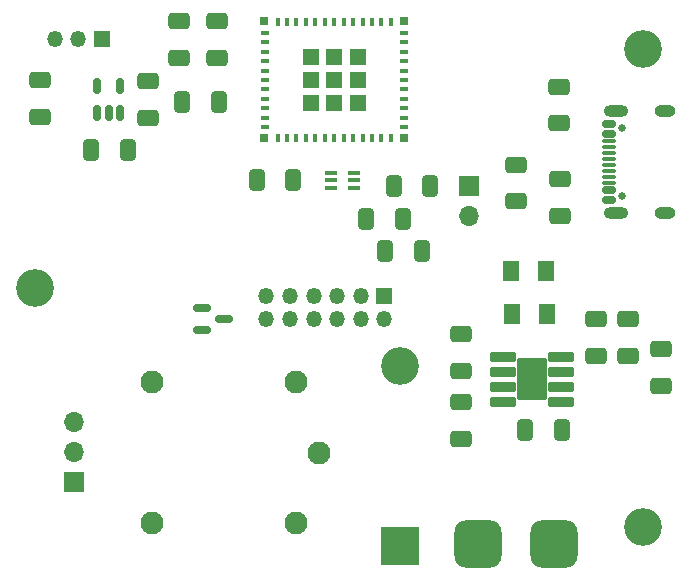
<source format=gts>
G04 #@! TF.GenerationSoftware,KiCad,Pcbnew,8.0.8*
G04 #@! TF.CreationDate,2025-07-04T19:36:45+02:00*
G04 #@! TF.ProjectId,LaunchControl,4c61756e-6368-4436-9f6e-74726f6c2e6b,rev?*
G04 #@! TF.SameCoordinates,Original*
G04 #@! TF.FileFunction,Soldermask,Top*
G04 #@! TF.FilePolarity,Negative*
%FSLAX46Y46*%
G04 Gerber Fmt 4.6, Leading zero omitted, Abs format (unit mm)*
G04 Created by KiCad (PCBNEW 8.0.8) date 2025-07-04 19:36:45*
%MOMM*%
%LPD*%
G01*
G04 APERTURE LIST*
G04 Aperture macros list*
%AMRoundRect*
0 Rectangle with rounded corners*
0 $1 Rounding radius*
0 $2 $3 $4 $5 $6 $7 $8 $9 X,Y pos of 4 corners*
0 Add a 4 corners polygon primitive as box body*
4,1,4,$2,$3,$4,$5,$6,$7,$8,$9,$2,$3,0*
0 Add four circle primitives for the rounded corners*
1,1,$1+$1,$2,$3*
1,1,$1+$1,$4,$5*
1,1,$1+$1,$6,$7*
1,1,$1+$1,$8,$9*
0 Add four rect primitives between the rounded corners*
20,1,$1+$1,$2,$3,$4,$5,0*
20,1,$1+$1,$4,$5,$6,$7,0*
20,1,$1+$1,$6,$7,$8,$9,0*
20,1,$1+$1,$8,$9,$2,$3,0*%
G04 Aperture macros list end*
%ADD10RoundRect,0.250000X-0.650000X0.412500X-0.650000X-0.412500X0.650000X-0.412500X0.650000X0.412500X0*%
%ADD11C,3.200000*%
%ADD12C,0.650000*%
%ADD13RoundRect,0.150000X0.425000X-0.150000X0.425000X0.150000X-0.425000X0.150000X-0.425000X-0.150000X0*%
%ADD14RoundRect,0.075000X0.500000X-0.075000X0.500000X0.075000X-0.500000X0.075000X-0.500000X-0.075000X0*%
%ADD15O,2.100000X1.000000*%
%ADD16O,1.800000X1.000000*%
%ADD17RoundRect,0.100500X-0.986500X-0.301500X0.986500X-0.301500X0.986500X0.301500X-0.986500X0.301500X0*%
%ADD18RoundRect,0.102000X-1.206500X-1.651000X1.206500X-1.651000X1.206500X1.651000X-1.206500X1.651000X0*%
%ADD19R,1.350000X1.350000*%
%ADD20O,1.350000X1.350000*%
%ADD21C,1.950000*%
%ADD22RoundRect,0.250001X-0.462499X-0.624999X0.462499X-0.624999X0.462499X0.624999X-0.462499X0.624999X0*%
%ADD23RoundRect,0.250000X-0.412500X-0.650000X0.412500X-0.650000X0.412500X0.650000X-0.412500X0.650000X0*%
%ADD24R,3.200000X3.200000*%
%ADD25O,3.200000X3.200000*%
%ADD26RoundRect,0.150000X-0.587500X-0.150000X0.587500X-0.150000X0.587500X0.150000X-0.587500X0.150000X0*%
%ADD27R,1.000000X0.400000*%
%ADD28RoundRect,0.250000X0.650000X-0.412500X0.650000X0.412500X-0.650000X0.412500X-0.650000X-0.412500X0*%
%ADD29R,1.700000X1.700000*%
%ADD30O,1.700000X1.700000*%
%ADD31R,0.800000X0.400000*%
%ADD32R,0.400000X0.800000*%
%ADD33R,1.450000X1.450000*%
%ADD34R,0.700000X0.700000*%
%ADD35RoundRect,0.250000X0.412500X0.650000X-0.412500X0.650000X-0.412500X-0.650000X0.412500X-0.650000X0*%
%ADD36RoundRect,1.000000X-1.000000X1.000000X-1.000000X-1.000000X1.000000X-1.000000X1.000000X1.000000X0*%
%ADD37RoundRect,0.150000X0.150000X-0.512500X0.150000X0.512500X-0.150000X0.512500X-0.150000X-0.512500X0*%
G04 APERTURE END LIST*
D10*
G04 #@! TO.C,R6*
X149025000Y-67495000D03*
X149025000Y-70620000D03*
G04 #@! TD*
D11*
G04 #@! TO.C,H2*
X164400000Y-83800000D03*
G04 #@! TD*
D12*
G04 #@! TO.C,J6*
X162595000Y-55790000D03*
X162595000Y-50010000D03*
D13*
X161520000Y-56100000D03*
X161520000Y-55300000D03*
D14*
X161520001Y-54150000D03*
X161520000Y-53150000D03*
X161520000Y-52650000D03*
X161520001Y-51650000D03*
D13*
X161520000Y-50500000D03*
X161520000Y-49700000D03*
X161520000Y-49700000D03*
X161520000Y-50500000D03*
D14*
X161520000Y-51150000D03*
X161520000Y-52150000D03*
X161520000Y-53650000D03*
X161520000Y-54650000D03*
D13*
X161520000Y-55300000D03*
X161520000Y-56100000D03*
D15*
X162095000Y-57220000D03*
D16*
X166275000Y-57220000D03*
D15*
X162095000Y-48580000D03*
D16*
X166275000Y-48580000D03*
G04 #@! TD*
D10*
G04 #@! TO.C,R3*
X149025000Y-73195000D03*
X149025000Y-76320000D03*
G04 #@! TD*
D17*
G04 #@! TO.C,U2*
X152525000Y-69395000D03*
X152525000Y-70665000D03*
X152525000Y-71935000D03*
X152525000Y-73205000D03*
X157475000Y-73205000D03*
X157475000Y-71935000D03*
X157475000Y-70665000D03*
X157475000Y-69395000D03*
D18*
X155000000Y-71300000D03*
G04 #@! TD*
D19*
G04 #@! TO.C,J1*
X142500000Y-64200000D03*
D20*
X142500000Y-66200001D03*
X140499999Y-64200000D03*
X140500000Y-66200000D03*
X138500000Y-64200000D03*
X138499999Y-66200000D03*
X136500000Y-64200000D03*
X136500000Y-66200000D03*
X134500000Y-64200000D03*
X134500000Y-66200000D03*
X132500000Y-64200000D03*
X132500000Y-66200000D03*
G04 #@! TD*
D19*
G04 #@! TO.C,SW1*
X118600000Y-42500000D03*
D20*
X116599999Y-42500000D03*
X114600000Y-42500000D03*
G04 #@! TD*
D10*
G04 #@! TO.C,R13*
X153600000Y-53110000D03*
X153600000Y-56235000D03*
G04 #@! TD*
D21*
G04 #@! TO.C,K1*
X135000000Y-71500001D03*
X122800000Y-71500001D03*
X122800000Y-83500001D03*
X135000000Y-83500000D03*
X137000000Y-77500001D03*
G04 #@! TD*
D22*
G04 #@! TO.C,D2*
X153225000Y-62100000D03*
X156200000Y-62100000D03*
G04 #@! TD*
D23*
G04 #@! TO.C,R11*
X142575000Y-60400000D03*
X145700000Y-60400000D03*
G04 #@! TD*
D24*
G04 #@! TO.C,D3*
X143800000Y-85400000D03*
D25*
X143800000Y-70160000D03*
G04 #@! TD*
D23*
G04 #@! TO.C,R12*
X140975000Y-57700000D03*
X144100000Y-57700000D03*
G04 #@! TD*
G04 #@! TO.C,R9*
X131675000Y-54400000D03*
X134800000Y-54400000D03*
G04 #@! TD*
D26*
G04 #@! TO.C,Q1*
X127024999Y-65250000D03*
X127024999Y-67150000D03*
X128900000Y-66200000D03*
G04 #@! TD*
D27*
G04 #@! TO.C,IC2*
X139900000Y-55100000D03*
X139899999Y-54450000D03*
X139900000Y-53800000D03*
X138000000Y-53800000D03*
X138000001Y-54450000D03*
X138000000Y-55100000D03*
G04 #@! TD*
D10*
G04 #@! TO.C,C6*
X157405000Y-54310000D03*
X157405000Y-57435000D03*
G04 #@! TD*
D23*
G04 #@! TO.C,C4*
X117675000Y-51900000D03*
X120800000Y-51900000D03*
G04 #@! TD*
D28*
G04 #@! TO.C,R2*
X160400000Y-69325000D03*
X160400000Y-66200000D03*
G04 #@! TD*
D29*
G04 #@! TO.C,J2*
X149700000Y-54960000D03*
D30*
X149700000Y-57500000D03*
G04 #@! TD*
D31*
G04 #@! TO.C,IC1*
X132350000Y-41950000D03*
X132350000Y-42750000D03*
X132350000Y-43550000D03*
X132350000Y-44350000D03*
X132350000Y-45150000D03*
X132350000Y-45950000D03*
X132350000Y-46750000D03*
X132350000Y-47550000D03*
X132350000Y-48350000D03*
X132350000Y-49150000D03*
X132350000Y-49950000D03*
D32*
X133450000Y-50850000D03*
X134250000Y-50850000D03*
X135050000Y-50850000D03*
X135850000Y-50850000D03*
X136650000Y-50850000D03*
X137450000Y-50850000D03*
X138250000Y-50850000D03*
X139050000Y-50850000D03*
X139850000Y-50850000D03*
X140650000Y-50850000D03*
X141450000Y-50850000D03*
X142250000Y-50850000D03*
X143050000Y-50850000D03*
D31*
X144150000Y-49950000D03*
X144150000Y-49150000D03*
X144150000Y-48350000D03*
X144150000Y-47550000D03*
X144150000Y-46750000D03*
X144150000Y-45950000D03*
X144150000Y-45150000D03*
X144150000Y-44350000D03*
X144150000Y-43550000D03*
X144150000Y-42750000D03*
X144150000Y-41950000D03*
D32*
X143050000Y-41050000D03*
X142250000Y-41050000D03*
X141450000Y-41050000D03*
X140650000Y-41050000D03*
X139850000Y-41050000D03*
X139050000Y-41050000D03*
X138250000Y-41050000D03*
X137450000Y-41050000D03*
X136650000Y-41050000D03*
X135850000Y-41050000D03*
X135050000Y-41050000D03*
X134250000Y-41050000D03*
X133450000Y-41050000D03*
D33*
X138250000Y-45950000D03*
X140225000Y-43975000D03*
X138250000Y-43975000D03*
X136275000Y-43975000D03*
X136275000Y-45950000D03*
X136275000Y-47925000D03*
X138250000Y-47925000D03*
X140225000Y-47925000D03*
X140225000Y-45950000D03*
D34*
X132300000Y-41000000D03*
X132300000Y-50900000D03*
X144200000Y-50900000D03*
X144200000Y-41000000D03*
G04 #@! TD*
D29*
G04 #@! TO.C,J5*
X116200000Y-80000000D03*
D30*
X116200000Y-77460000D03*
X116200000Y-74920001D03*
G04 #@! TD*
D35*
G04 #@! TO.C,R5*
X128500000Y-47800000D03*
X125375000Y-47800000D03*
G04 #@! TD*
D23*
G04 #@! TO.C,R10*
X143275000Y-54900000D03*
X146400000Y-54900000D03*
G04 #@! TD*
D36*
G04 #@! TO.C,J3*
X150400000Y-85200000D03*
G04 #@! TD*
D28*
G04 #@! TO.C,R4*
X165900000Y-71825000D03*
X165900000Y-68700000D03*
G04 #@! TD*
D10*
G04 #@! TO.C,R1*
X113300000Y-45975000D03*
X113300000Y-49100000D03*
G04 #@! TD*
D35*
G04 #@! TO.C,C1*
X157525000Y-75595000D03*
X154400000Y-75595000D03*
G04 #@! TD*
D28*
G04 #@! TO.C,C2*
X125100000Y-44125000D03*
X125100000Y-41000000D03*
G04 #@! TD*
D11*
G04 #@! TO.C,H3*
X112950000Y-63550000D03*
G04 #@! TD*
D36*
G04 #@! TO.C,J4*
X156900000Y-85200000D03*
G04 #@! TD*
D28*
G04 #@! TO.C,R7*
X163100000Y-69325000D03*
X163100000Y-66200000D03*
G04 #@! TD*
G04 #@! TO.C,C3*
X128300000Y-44125000D03*
X128300000Y-41000000D03*
G04 #@! TD*
D10*
G04 #@! TO.C,C5*
X122500000Y-46075000D03*
X122500000Y-49200000D03*
G04 #@! TD*
D37*
G04 #@! TO.C,U1*
X118200002Y-48775000D03*
X119150001Y-48775000D03*
X120100000Y-48775000D03*
X120100000Y-46500000D03*
X118200002Y-46500000D03*
G04 #@! TD*
D28*
G04 #@! TO.C,R14*
X157305000Y-49635000D03*
X157305000Y-46510000D03*
G04 #@! TD*
D22*
G04 #@! TO.C,D1*
X153325000Y-65800000D03*
X156300000Y-65800000D03*
G04 #@! TD*
D11*
G04 #@! TO.C,H1*
X164387951Y-43300000D03*
G04 #@! TD*
M02*

</source>
